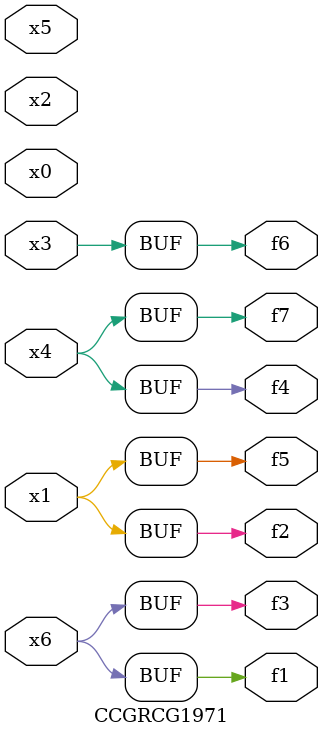
<source format=v>
module CCGRCG1971(
	input x0, x1, x2, x3, x4, x5, x6,
	output f1, f2, f3, f4, f5, f6, f7
);
	assign f1 = x6;
	assign f2 = x1;
	assign f3 = x6;
	assign f4 = x4;
	assign f5 = x1;
	assign f6 = x3;
	assign f7 = x4;
endmodule

</source>
